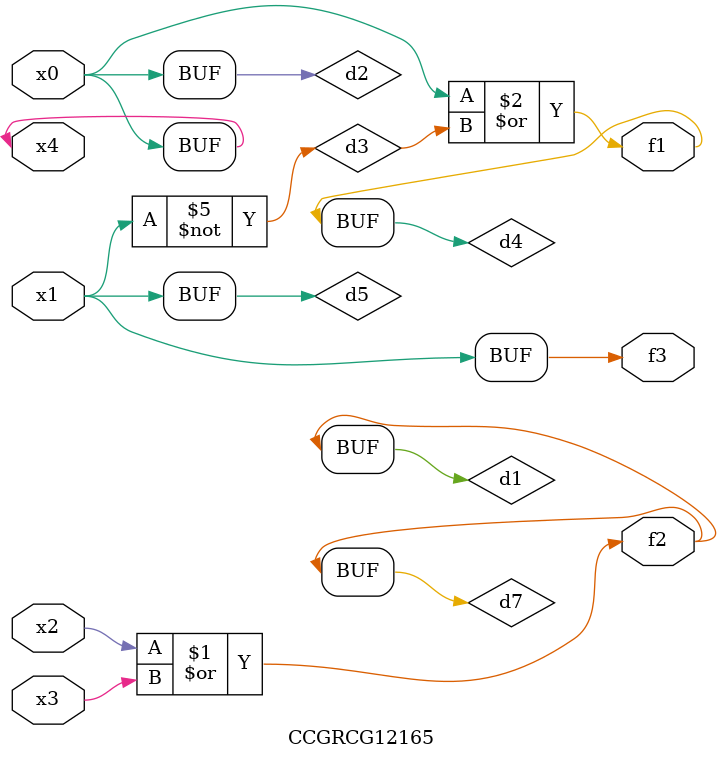
<source format=v>
module CCGRCG12165(
	input x0, x1, x2, x3, x4,
	output f1, f2, f3
);

	wire d1, d2, d3, d4, d5, d6, d7;

	or (d1, x2, x3);
	buf (d2, x0, x4);
	not (d3, x1);
	or (d4, d2, d3);
	not (d5, d3);
	nand (d6, d1, d3);
	or (d7, d1);
	assign f1 = d4;
	assign f2 = d7;
	assign f3 = d5;
endmodule

</source>
